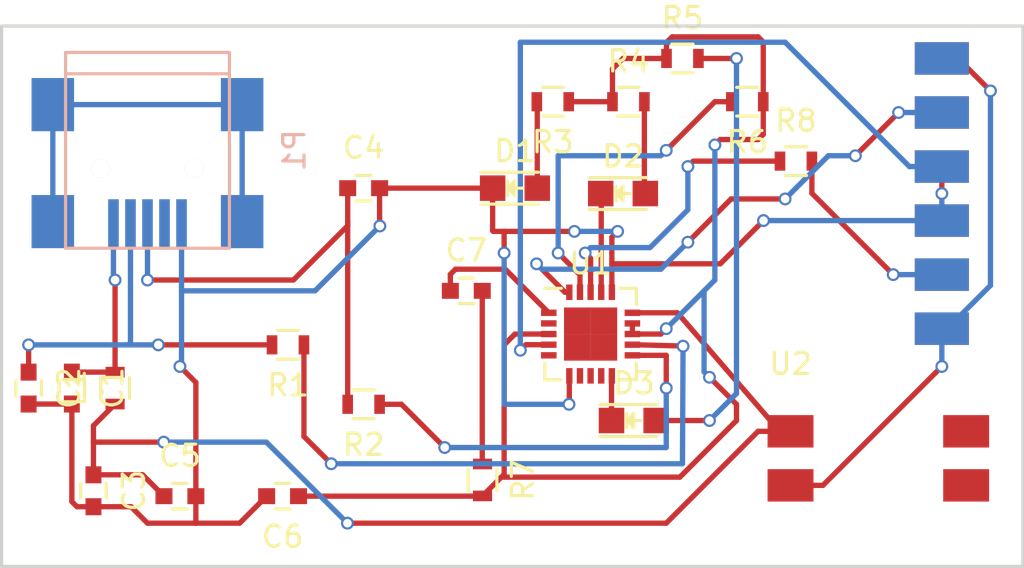
<source format=kicad_pcb>
(kicad_pcb (version 4) (host pcbnew 4.0.0-rc1-stable)

  (general
    (links 48)
    (no_connects 0)
    (area 110.005 73.72757 162.381858 101.675001)
    (thickness 1.6)
    (drawings 4)
    (tracks 224)
    (zones 0)
    (modules 23)
    (nets 34)
  )

  (page A4)
  (layers
    (0 F.Cu signal)
    (31 B.Cu signal)
    (32 B.Adhes user)
    (33 F.Adhes user)
    (34 B.Paste user)
    (35 F.Paste user)
    (36 B.SilkS user)
    (37 F.SilkS user)
    (38 B.Mask user)
    (39 F.Mask user)
    (40 Dwgs.User user)
    (41 Cmts.User user)
    (42 Eco1.User user)
    (43 Eco2.User user)
    (44 Edge.Cuts user)
    (45 Margin user)
    (46 B.CrtYd user)
    (47 F.CrtYd user)
    (48 B.Fab user)
    (49 F.Fab user)
  )

  (setup
    (last_trace_width 0.25)
    (trace_clearance 0.2)
    (zone_clearance 0.508)
    (zone_45_only no)
    (trace_min 0.2)
    (segment_width 0.2)
    (edge_width 0.15)
    (via_size 0.6)
    (via_drill 0.4)
    (via_min_size 0.4)
    (via_min_drill 0.3)
    (uvia_size 0.3)
    (uvia_drill 0.1)
    (uvias_allowed no)
    (uvia_min_size 0.2)
    (uvia_min_drill 0.1)
    (pcb_text_width 0.3)
    (pcb_text_size 1.5 1.5)
    (mod_edge_width 0.15)
    (mod_text_size 1 1)
    (mod_text_width 0.15)
    (pad_size 1.524 1.524)
    (pad_drill 0.762)
    (pad_to_mask_clearance 0.2)
    (aux_axis_origin 0 0)
    (grid_origin 166.37 90.932)
    (visible_elements 7FFCFF7F)
    (pcbplotparams
      (layerselection 0x00030_80000001)
      (usegerberextensions false)
      (excludeedgelayer true)
      (linewidth 0.100000)
      (plotframeref false)
      (viasonmask false)
      (mode 1)
      (useauxorigin false)
      (hpglpennumber 1)
      (hpglpenspeed 20)
      (hpglpendiameter 15)
      (hpglpenoverlay 2)
      (psnegative false)
      (psa4output false)
      (plotreference true)
      (plotvalue true)
      (plotinvisibletext false)
      (padsonsilk false)
      (subtractmaskfromsilk false)
      (outputformat 1)
      (mirror false)
      (drillshape 1)
      (scaleselection 1)
      (outputdirectory ""))
  )

  (net 0 "")
  (net 1 "Net-(C1-Pad1)")
  (net 2 GND)
  (net 3 "Net-(C2-Pad1)")
  (net 4 +5V)
  (net 5 "Net-(C4-Pad1)")
  (net 6 +3V3)
  (net 7 "Net-(C7-Pad1)")
  (net 8 /PROGRAM)
  (net 9 "Net-(D1-Pad2)")
  (net 10 "Net-(D2-Pad2)")
  (net 11 /~RXLED)
  (net 12 "Net-(D3-Pad2)")
  (net 13 /~TXLED)
  (net 14 /POWER_OUT)
  (net 15 "Net-(J1-Pad3)")
  (net 16 "Net-(J1-Pad7)")
  (net 17 "Net-(J1-Pad9)")
  (net 18 "Net-(J1-Pad11)")
  (net 19 "Net-(J1-Pad2)")
  (net 20 /TX)
  (net 21 /RX)
  (net 22 "Net-(J1-Pad10)")
  (net 23 "Net-(P1-Pad4)")
  (net 24 "Net-(P1-Pad6)")
  (net 25 "Net-(R1-Pad1)")
  (net 26 "Net-(R2-Pad1)")
  (net 27 /~SLEEP)
  (net 28 /TXDEN)
  (net 29 "Net-(U1-Pad2)")
  (net 30 "Net-(U1-Pad5)")
  (net 31 "Net-(U1-Pad7)")
  (net 32 "Net-(U1-Pad8)")
  (net 33 "Net-(U1-Pad9)")

  (net_class Default "This is the default net class."
    (clearance 0.2)
    (trace_width 0.25)
    (via_dia 0.6)
    (via_drill 0.4)
    (uvia_dia 0.3)
    (uvia_drill 0.1)
    (add_net +3V3)
    (add_net +5V)
    (add_net /POWER_OUT)
    (add_net /PROGRAM)
    (add_net /RX)
    (add_net /TX)
    (add_net /TXDEN)
    (add_net /~RXLED)
    (add_net /~SLEEP)
    (add_net /~TXLED)
    (add_net GND)
    (add_net "Net-(C1-Pad1)")
    (add_net "Net-(C2-Pad1)")
    (add_net "Net-(C4-Pad1)")
    (add_net "Net-(C7-Pad1)")
    (add_net "Net-(D1-Pad2)")
    (add_net "Net-(D2-Pad2)")
    (add_net "Net-(D3-Pad2)")
    (add_net "Net-(J1-Pad10)")
    (add_net "Net-(J1-Pad11)")
    (add_net "Net-(J1-Pad2)")
    (add_net "Net-(J1-Pad3)")
    (add_net "Net-(J1-Pad7)")
    (add_net "Net-(J1-Pad9)")
    (add_net "Net-(P1-Pad4)")
    (add_net "Net-(P1-Pad6)")
    (add_net "Net-(R1-Pad1)")
    (add_net "Net-(R2-Pad1)")
    (add_net "Net-(U1-Pad2)")
    (add_net "Net-(U1-Pad5)")
    (add_net "Net-(U1-Pad7)")
    (add_net "Net-(U1-Pad8)")
    (add_net "Net-(U1-Pad9)")
  )

  (module Capacitors_SMD:C_0603 (layer F.Cu) (tedit 5415D631) (tstamp 562BE4B7)
    (at 115.062 93.218 270)
    (descr "Capacitor SMD 0603, reflow soldering, AVX (see smccp.pdf)")
    (tags "capacitor 0603")
    (path /5622A96F)
    (attr smd)
    (fp_text reference C1 (at 0 -1.9 270) (layer F.SilkS)
      (effects (font (size 1 1) (thickness 0.15)))
    )
    (fp_text value 10nF (at 0 1.9 270) (layer F.Fab)
      (effects (font (size 1 1) (thickness 0.15)))
    )
    (fp_line (start -1.45 -0.75) (end 1.45 -0.75) (layer F.CrtYd) (width 0.05))
    (fp_line (start -1.45 0.75) (end 1.45 0.75) (layer F.CrtYd) (width 0.05))
    (fp_line (start -1.45 -0.75) (end -1.45 0.75) (layer F.CrtYd) (width 0.05))
    (fp_line (start 1.45 -0.75) (end 1.45 0.75) (layer F.CrtYd) (width 0.05))
    (fp_line (start -0.35 -0.6) (end 0.35 -0.6) (layer F.SilkS) (width 0.15))
    (fp_line (start 0.35 0.6) (end -0.35 0.6) (layer F.SilkS) (width 0.15))
    (pad 1 smd rect (at -0.75 0 270) (size 0.8 0.75) (layers F.Cu F.Paste F.Mask)
      (net 1 "Net-(C1-Pad1)"))
    (pad 2 smd rect (at 0.75 0 270) (size 0.8 0.75) (layers F.Cu F.Paste F.Mask)
      (net 2 GND))
    (model Capacitors_SMD.3dshapes/C_0603.wrl
      (at (xyz 0 0 0))
      (scale (xyz 1 1 1))
      (rotate (xyz 0 0 0))
    )
  )

  (module Capacitors_SMD:C_0603 (layer F.Cu) (tedit 5415D631) (tstamp 562BE4C3)
    (at 113.03 93.218 270)
    (descr "Capacitor SMD 0603, reflow soldering, AVX (see smccp.pdf)")
    (tags "capacitor 0603")
    (path /5622A900)
    (attr smd)
    (fp_text reference C2 (at 0 -1.9 270) (layer F.SilkS)
      (effects (font (size 1 1) (thickness 0.15)))
    )
    (fp_text value 47pF (at 0 1.9 270) (layer F.Fab)
      (effects (font (size 1 1) (thickness 0.15)))
    )
    (fp_line (start -1.45 -0.75) (end 1.45 -0.75) (layer F.CrtYd) (width 0.05))
    (fp_line (start -1.45 0.75) (end 1.45 0.75) (layer F.CrtYd) (width 0.05))
    (fp_line (start -1.45 -0.75) (end -1.45 0.75) (layer F.CrtYd) (width 0.05))
    (fp_line (start 1.45 -0.75) (end 1.45 0.75) (layer F.CrtYd) (width 0.05))
    (fp_line (start -0.35 -0.6) (end 0.35 -0.6) (layer F.SilkS) (width 0.15))
    (fp_line (start 0.35 0.6) (end -0.35 0.6) (layer F.SilkS) (width 0.15))
    (pad 1 smd rect (at -0.75 0 270) (size 0.8 0.75) (layers F.Cu F.Paste F.Mask)
      (net 3 "Net-(C2-Pad1)"))
    (pad 2 smd rect (at 0.75 0 270) (size 0.8 0.75) (layers F.Cu F.Paste F.Mask)
      (net 2 GND))
    (model Capacitors_SMD.3dshapes/C_0603.wrl
      (at (xyz 0 0 0))
      (scale (xyz 1 1 1))
      (rotate (xyz 0 0 0))
    )
  )

  (module Capacitors_SMD:C_0603 (layer F.Cu) (tedit 5415D631) (tstamp 562BE4CF)
    (at 116.078 98.044 270)
    (descr "Capacitor SMD 0603, reflow soldering, AVX (see smccp.pdf)")
    (tags "capacitor 0603")
    (path /5622A9AE)
    (attr smd)
    (fp_text reference C3 (at 0 -1.9 270) (layer F.SilkS)
      (effects (font (size 1 1) (thickness 0.15)))
    )
    (fp_text value 4.7uF (at 0 1.9 270) (layer F.Fab)
      (effects (font (size 1 1) (thickness 0.15)))
    )
    (fp_line (start -1.45 -0.75) (end 1.45 -0.75) (layer F.CrtYd) (width 0.05))
    (fp_line (start -1.45 0.75) (end 1.45 0.75) (layer F.CrtYd) (width 0.05))
    (fp_line (start -1.45 -0.75) (end -1.45 0.75) (layer F.CrtYd) (width 0.05))
    (fp_line (start 1.45 -0.75) (end 1.45 0.75) (layer F.CrtYd) (width 0.05))
    (fp_line (start -0.35 -0.6) (end 0.35 -0.6) (layer F.SilkS) (width 0.15))
    (fp_line (start 0.35 0.6) (end -0.35 0.6) (layer F.SilkS) (width 0.15))
    (pad 1 smd rect (at -0.75 0 270) (size 0.8 0.75) (layers F.Cu F.Paste F.Mask)
      (net 4 +5V))
    (pad 2 smd rect (at 0.75 0 270) (size 0.8 0.75) (layers F.Cu F.Paste F.Mask)
      (net 2 GND))
    (model Capacitors_SMD.3dshapes/C_0603.wrl
      (at (xyz 0 0 0))
      (scale (xyz 1 1 1))
      (rotate (xyz 0 0 0))
    )
  )

  (module Capacitors_SMD:C_0603 (layer F.Cu) (tedit 5415D631) (tstamp 562BE4DB)
    (at 128.778 83.82)
    (descr "Capacitor SMD 0603, reflow soldering, AVX (see smccp.pdf)")
    (tags "capacitor 0603")
    (path /5622A8B7)
    (attr smd)
    (fp_text reference C4 (at 0 -1.9) (layer F.SilkS)
      (effects (font (size 1 1) (thickness 0.15)))
    )
    (fp_text value 47pF (at 0 1.9) (layer F.Fab)
      (effects (font (size 1 1) (thickness 0.15)))
    )
    (fp_line (start -1.45 -0.75) (end 1.45 -0.75) (layer F.CrtYd) (width 0.05))
    (fp_line (start -1.45 0.75) (end 1.45 0.75) (layer F.CrtYd) (width 0.05))
    (fp_line (start -1.45 -0.75) (end -1.45 0.75) (layer F.CrtYd) (width 0.05))
    (fp_line (start 1.45 -0.75) (end 1.45 0.75) (layer F.CrtYd) (width 0.05))
    (fp_line (start -0.35 -0.6) (end 0.35 -0.6) (layer F.SilkS) (width 0.15))
    (fp_line (start 0.35 0.6) (end -0.35 0.6) (layer F.SilkS) (width 0.15))
    (pad 1 smd rect (at -0.75 0) (size 0.8 0.75) (layers F.Cu F.Paste F.Mask)
      (net 5 "Net-(C4-Pad1)"))
    (pad 2 smd rect (at 0.75 0) (size 0.8 0.75) (layers F.Cu F.Paste F.Mask)
      (net 2 GND))
    (model Capacitors_SMD.3dshapes/C_0603.wrl
      (at (xyz 0 0 0))
      (scale (xyz 1 1 1))
      (rotate (xyz 0 0 0))
    )
  )

  (module Capacitors_SMD:C_0603 (layer F.Cu) (tedit 5415D631) (tstamp 562BE4E7)
    (at 120.142 98.298)
    (descr "Capacitor SMD 0603, reflow soldering, AVX (see smccp.pdf)")
    (tags "capacitor 0603")
    (path /5622A923)
    (attr smd)
    (fp_text reference C5 (at 0 -1.9) (layer F.SilkS)
      (effects (font (size 1 1) (thickness 0.15)))
    )
    (fp_text value 0.1uF (at 0 1.9) (layer F.Fab)
      (effects (font (size 1 1) (thickness 0.15)))
    )
    (fp_line (start -1.45 -0.75) (end 1.45 -0.75) (layer F.CrtYd) (width 0.05))
    (fp_line (start -1.45 0.75) (end 1.45 0.75) (layer F.CrtYd) (width 0.05))
    (fp_line (start -1.45 -0.75) (end -1.45 0.75) (layer F.CrtYd) (width 0.05))
    (fp_line (start 1.45 -0.75) (end 1.45 0.75) (layer F.CrtYd) (width 0.05))
    (fp_line (start -0.35 -0.6) (end 0.35 -0.6) (layer F.SilkS) (width 0.15))
    (fp_line (start 0.35 0.6) (end -0.35 0.6) (layer F.SilkS) (width 0.15))
    (pad 1 smd rect (at -0.75 0) (size 0.8 0.75) (layers F.Cu F.Paste F.Mask)
      (net 4 +5V))
    (pad 2 smd rect (at 0.75 0) (size 0.8 0.75) (layers F.Cu F.Paste F.Mask)
      (net 2 GND))
    (model Capacitors_SMD.3dshapes/C_0603.wrl
      (at (xyz 0 0 0))
      (scale (xyz 1 1 1))
      (rotate (xyz 0 0 0))
    )
  )

  (module Capacitors_SMD:C_0603 (layer F.Cu) (tedit 5415D631) (tstamp 562BE4F3)
    (at 124.968 98.298 180)
    (descr "Capacitor SMD 0603, reflow soldering, AVX (see smccp.pdf)")
    (tags "capacitor 0603")
    (path /5622A948)
    (attr smd)
    (fp_text reference C6 (at 0 -1.9 180) (layer F.SilkS)
      (effects (font (size 1 1) (thickness 0.15)))
    )
    (fp_text value 0.1uF (at 0 1.9 180) (layer F.Fab)
      (effects (font (size 1 1) (thickness 0.15)))
    )
    (fp_line (start -1.45 -0.75) (end 1.45 -0.75) (layer F.CrtYd) (width 0.05))
    (fp_line (start -1.45 0.75) (end 1.45 0.75) (layer F.CrtYd) (width 0.05))
    (fp_line (start -1.45 -0.75) (end -1.45 0.75) (layer F.CrtYd) (width 0.05))
    (fp_line (start 1.45 -0.75) (end 1.45 0.75) (layer F.CrtYd) (width 0.05))
    (fp_line (start -0.35 -0.6) (end 0.35 -0.6) (layer F.SilkS) (width 0.15))
    (fp_line (start 0.35 0.6) (end -0.35 0.6) (layer F.SilkS) (width 0.15))
    (pad 1 smd rect (at -0.75 0 180) (size 0.8 0.75) (layers F.Cu F.Paste F.Mask)
      (net 6 +3V3))
    (pad 2 smd rect (at 0.75 0 180) (size 0.8 0.75) (layers F.Cu F.Paste F.Mask)
      (net 2 GND))
    (model Capacitors_SMD.3dshapes/C_0603.wrl
      (at (xyz 0 0 0))
      (scale (xyz 1 1 1))
      (rotate (xyz 0 0 0))
    )
  )

  (module Capacitors_SMD:C_0603 (layer F.Cu) (tedit 5415D631) (tstamp 562BE4FF)
    (at 133.604 88.646)
    (descr "Capacitor SMD 0603, reflow soldering, AVX (see smccp.pdf)")
    (tags "capacitor 0603")
    (path /5622A9EB)
    (attr smd)
    (fp_text reference C7 (at 0 -1.9) (layer F.SilkS)
      (effects (font (size 1 1) (thickness 0.15)))
    )
    (fp_text value 0.1uF (at 0 1.9) (layer F.Fab)
      (effects (font (size 1 1) (thickness 0.15)))
    )
    (fp_line (start -1.45 -0.75) (end 1.45 -0.75) (layer F.CrtYd) (width 0.05))
    (fp_line (start -1.45 0.75) (end 1.45 0.75) (layer F.CrtYd) (width 0.05))
    (fp_line (start -1.45 -0.75) (end -1.45 0.75) (layer F.CrtYd) (width 0.05))
    (fp_line (start 1.45 -0.75) (end 1.45 0.75) (layer F.CrtYd) (width 0.05))
    (fp_line (start -0.35 -0.6) (end 0.35 -0.6) (layer F.SilkS) (width 0.15))
    (fp_line (start 0.35 0.6) (end -0.35 0.6) (layer F.SilkS) (width 0.15))
    (pad 1 smd rect (at -0.75 0) (size 0.8 0.75) (layers F.Cu F.Paste F.Mask)
      (net 7 "Net-(C7-Pad1)"))
    (pad 2 smd rect (at 0.75 0) (size 0.8 0.75) (layers F.Cu F.Paste F.Mask)
      (net 8 /PROGRAM))
    (model Capacitors_SMD.3dshapes/C_0603.wrl
      (at (xyz 0 0 0))
      (scale (xyz 1 1 1))
      (rotate (xyz 0 0 0))
    )
  )

  (module LEDs:LED-0805 (layer F.Cu) (tedit 55BDE1C2) (tstamp 562BE512)
    (at 135.89 83.82)
    (descr "LED 0805 smd package")
    (tags "LED 0805 SMD")
    (path /5622AF98)
    (attr smd)
    (fp_text reference D1 (at 0 -1.75) (layer F.SilkS)
      (effects (font (size 1 1) (thickness 0.15)))
    )
    (fp_text value POW (at 0 1.75) (layer F.Fab)
      (effects (font (size 1 1) (thickness 0.15)))
    )
    (fp_line (start -1.6 0.75) (end 1.1 0.75) (layer F.SilkS) (width 0.15))
    (fp_line (start -1.6 -0.75) (end 1.1 -0.75) (layer F.SilkS) (width 0.15))
    (fp_line (start -0.1 0.15) (end -0.1 -0.1) (layer F.SilkS) (width 0.15))
    (fp_line (start -0.1 -0.1) (end -0.25 0.05) (layer F.SilkS) (width 0.15))
    (fp_line (start -0.35 -0.35) (end -0.35 0.35) (layer F.SilkS) (width 0.15))
    (fp_line (start 0 0) (end 0.35 0) (layer F.SilkS) (width 0.15))
    (fp_line (start -0.35 0) (end 0 -0.35) (layer F.SilkS) (width 0.15))
    (fp_line (start 0 -0.35) (end 0 0.35) (layer F.SilkS) (width 0.15))
    (fp_line (start 0 0.35) (end -0.35 0) (layer F.SilkS) (width 0.15))
    (fp_line (start 1.9 -0.95) (end 1.9 0.95) (layer F.CrtYd) (width 0.05))
    (fp_line (start 1.9 0.95) (end -1.9 0.95) (layer F.CrtYd) (width 0.05))
    (fp_line (start -1.9 0.95) (end -1.9 -0.95) (layer F.CrtYd) (width 0.05))
    (fp_line (start -1.9 -0.95) (end 1.9 -0.95) (layer F.CrtYd) (width 0.05))
    (pad 2 smd rect (at 1.04902 0 180) (size 1.19888 1.19888) (layers F.Cu F.Paste F.Mask)
      (net 9 "Net-(D1-Pad2)"))
    (pad 1 smd rect (at -1.04902 0 180) (size 1.19888 1.19888) (layers F.Cu F.Paste F.Mask)
      (net 2 GND))
    (model LEDs.3dshapes/LED-0805.wrl
      (at (xyz 0 0 0))
      (scale (xyz 1 1 1))
      (rotate (xyz 0 0 0))
    )
  )

  (module LEDs:LED-0805 (layer F.Cu) (tedit 55BDE1C2) (tstamp 562BE525)
    (at 140.97 84.074)
    (descr "LED 0805 smd package")
    (tags "LED 0805 SMD")
    (path /5622AFEB)
    (attr smd)
    (fp_text reference D2 (at 0 -1.75) (layer F.SilkS)
      (effects (font (size 1 1) (thickness 0.15)))
    )
    (fp_text value RX (at 0 1.75) (layer F.Fab)
      (effects (font (size 1 1) (thickness 0.15)))
    )
    (fp_line (start -1.6 0.75) (end 1.1 0.75) (layer F.SilkS) (width 0.15))
    (fp_line (start -1.6 -0.75) (end 1.1 -0.75) (layer F.SilkS) (width 0.15))
    (fp_line (start -0.1 0.15) (end -0.1 -0.1) (layer F.SilkS) (width 0.15))
    (fp_line (start -0.1 -0.1) (end -0.25 0.05) (layer F.SilkS) (width 0.15))
    (fp_line (start -0.35 -0.35) (end -0.35 0.35) (layer F.SilkS) (width 0.15))
    (fp_line (start 0 0) (end 0.35 0) (layer F.SilkS) (width 0.15))
    (fp_line (start -0.35 0) (end 0 -0.35) (layer F.SilkS) (width 0.15))
    (fp_line (start 0 -0.35) (end 0 0.35) (layer F.SilkS) (width 0.15))
    (fp_line (start 0 0.35) (end -0.35 0) (layer F.SilkS) (width 0.15))
    (fp_line (start 1.9 -0.95) (end 1.9 0.95) (layer F.CrtYd) (width 0.05))
    (fp_line (start 1.9 0.95) (end -1.9 0.95) (layer F.CrtYd) (width 0.05))
    (fp_line (start -1.9 0.95) (end -1.9 -0.95) (layer F.CrtYd) (width 0.05))
    (fp_line (start -1.9 -0.95) (end 1.9 -0.95) (layer F.CrtYd) (width 0.05))
    (pad 2 smd rect (at 1.04902 0 180) (size 1.19888 1.19888) (layers F.Cu F.Paste F.Mask)
      (net 10 "Net-(D2-Pad2)"))
    (pad 1 smd rect (at -1.04902 0 180) (size 1.19888 1.19888) (layers F.Cu F.Paste F.Mask)
      (net 11 /~RXLED))
    (model LEDs.3dshapes/LED-0805.wrl
      (at (xyz 0 0 0))
      (scale (xyz 1 1 1))
      (rotate (xyz 0 0 0))
    )
  )

  (module LEDs:LED-0805 (layer F.Cu) (tedit 55BDE1C2) (tstamp 562BE538)
    (at 141.478 94.742)
    (descr "LED 0805 smd package")
    (tags "LED 0805 SMD")
    (path /5622B06E)
    (attr smd)
    (fp_text reference D3 (at 0 -1.75) (layer F.SilkS)
      (effects (font (size 1 1) (thickness 0.15)))
    )
    (fp_text value TX (at 0 1.75) (layer F.Fab)
      (effects (font (size 1 1) (thickness 0.15)))
    )
    (fp_line (start -1.6 0.75) (end 1.1 0.75) (layer F.SilkS) (width 0.15))
    (fp_line (start -1.6 -0.75) (end 1.1 -0.75) (layer F.SilkS) (width 0.15))
    (fp_line (start -0.1 0.15) (end -0.1 -0.1) (layer F.SilkS) (width 0.15))
    (fp_line (start -0.1 -0.1) (end -0.25 0.05) (layer F.SilkS) (width 0.15))
    (fp_line (start -0.35 -0.35) (end -0.35 0.35) (layer F.SilkS) (width 0.15))
    (fp_line (start 0 0) (end 0.35 0) (layer F.SilkS) (width 0.15))
    (fp_line (start -0.35 0) (end 0 -0.35) (layer F.SilkS) (width 0.15))
    (fp_line (start 0 -0.35) (end 0 0.35) (layer F.SilkS) (width 0.15))
    (fp_line (start 0 0.35) (end -0.35 0) (layer F.SilkS) (width 0.15))
    (fp_line (start 1.9 -0.95) (end 1.9 0.95) (layer F.CrtYd) (width 0.05))
    (fp_line (start 1.9 0.95) (end -1.9 0.95) (layer F.CrtYd) (width 0.05))
    (fp_line (start -1.9 0.95) (end -1.9 -0.95) (layer F.CrtYd) (width 0.05))
    (fp_line (start -1.9 -0.95) (end 1.9 -0.95) (layer F.CrtYd) (width 0.05))
    (pad 2 smd rect (at 1.04902 0 180) (size 1.19888 1.19888) (layers F.Cu F.Paste F.Mask)
      (net 12 "Net-(D3-Pad2)"))
    (pad 1 smd rect (at -1.04902 0 180) (size 1.19888 1.19888) (layers F.Cu F.Paste F.Mask)
      (net 13 /~TXLED))
    (model LEDs.3dshapes/LED-0805.wrl
      (at (xyz 0 0 0))
      (scale (xyz 1 1 1))
      (rotate (xyz 0 0 0))
    )
  )

  (module open_robotics:modular8_rev3_edge (layer F.Cu) (tedit 560B6D0D) (tstamp 562BE548)
    (at 155.956 82.804 270)
    (path /5629AC49)
    (fp_text reference J1 (at -3.81 -3.81 270) (layer F.SilkS) hide
      (effects (font (size 1 1) (thickness 0.15)))
    )
    (fp_text value modular8_rev3_comms_out (at 1.27 -2.54 270) (layer F.Fab) hide
      (effects (font (size 1 1) (thickness 0.15)))
    )
    (pad 1 smd rect (at -5.08 0 270) (size 1.524 2.54) (layers F.Cu F.Paste F.Mask)
      (net 14 /POWER_OUT))
    (pad 3 smd rect (at -2.54 0 270) (size 1.524 2.54) (layers F.Cu F.Paste F.Mask)
      (net 15 "Net-(J1-Pad3)"))
    (pad 5 smd rect (at 0 0 270) (size 1.524 2.54) (layers F.Cu F.Paste F.Mask)
      (net 2 GND))
    (pad 7 smd rect (at 2.54 0 270) (size 1.524 2.54) (layers F.Cu F.Paste F.Mask)
      (net 16 "Net-(J1-Pad7)"))
    (pad 9 smd rect (at 5.08 0 270) (size 1.524 2.54) (layers F.Cu F.Paste F.Mask)
      (net 17 "Net-(J1-Pad9)"))
    (pad 11 smd rect (at 7.62 0 270) (size 1.524 2.54) (layers F.Cu F.Paste F.Mask)
      (net 18 "Net-(J1-Pad11)"))
    (pad 2 smd rect (at -5.08 0 270) (size 1.524 2.54) (layers B.Cu F.Paste F.Mask)
      (net 19 "Net-(J1-Pad2)"))
    (pad 4 smd rect (at -2.54 0 270) (size 1.524 2.54) (layers B.Cu F.Paste F.Mask)
      (net 20 /TX))
    (pad 6 smd rect (at 0 0 270) (size 1.524 2.54) (layers B.Cu F.Paste F.Mask)
      (net 21 /RX))
    (pad 8 smd rect (at 2.54 0 270) (size 1.524 2.54) (layers B.Cu F.Paste F.Mask)
      (net 2 GND))
    (pad 10 smd rect (at 5.08 0 270) (size 1.524 2.54) (layers B.Cu F.Paste F.Mask)
      (net 22 "Net-(J1-Pad10)"))
    (pad 12 smd rect (at 7.62 0 270) (size 1.524 2.54) (layers B.Cu F.Paste F.Mask)
      (net 14 /POWER_OUT))
  )

  (module Resistors_SMD:R_0603 (layer F.Cu) (tedit 5415CC62) (tstamp 562BE554)
    (at 117.094 93.218 90)
    (descr "Resistor SMD 0603, reflow soldering, Vishay (see dcrcw.pdf)")
    (tags "resistor 0603")
    (path /5622AEDE)
    (attr smd)
    (fp_text reference L1 (at 0 -1.9 90) (layer F.SilkS)
      (effects (font (size 1 1) (thickness 0.15)))
    )
    (fp_text value "FERRITE BEAD" (at 0 1.9 90) (layer F.Fab)
      (effects (font (size 1 1) (thickness 0.15)))
    )
    (fp_line (start -1.3 -0.8) (end 1.3 -0.8) (layer F.CrtYd) (width 0.05))
    (fp_line (start -1.3 0.8) (end 1.3 0.8) (layer F.CrtYd) (width 0.05))
    (fp_line (start -1.3 -0.8) (end -1.3 0.8) (layer F.CrtYd) (width 0.05))
    (fp_line (start 1.3 -0.8) (end 1.3 0.8) (layer F.CrtYd) (width 0.05))
    (fp_line (start 0.5 0.675) (end -0.5 0.675) (layer F.SilkS) (width 0.15))
    (fp_line (start -0.5 -0.675) (end 0.5 -0.675) (layer F.SilkS) (width 0.15))
    (pad 1 smd rect (at -0.75 0 90) (size 0.5 0.9) (layers F.Cu F.Paste F.Mask)
      (net 4 +5V))
    (pad 2 smd rect (at 0.75 0 90) (size 0.5 0.9) (layers F.Cu F.Paste F.Mask)
      (net 1 "Net-(C1-Pad1)"))
    (model Resistors_SMD.3dshapes/R_0603.wrl
      (at (xyz 0 0 0))
      (scale (xyz 1 1 1))
      (rotate (xyz 0 0 0))
    )
  )

  (module Connect:USB_Mini-B (layer B.Cu) (tedit 5543E571) (tstamp 562BE56C)
    (at 118.618 82.042 270)
    (descr "USB Mini-B 5-pin SMD connector")
    (tags "USB USB_B USB_Mini connector")
    (path /5622A78F)
    (attr smd)
    (fp_text reference P1 (at 0 -6.90118 270) (layer B.SilkS)
      (effects (font (size 1 1) (thickness 0.15)) (justify mirror))
    )
    (fp_text value USB_OTG (at 0 7.0993 270) (layer B.Fab)
      (effects (font (size 1 1) (thickness 0.15)) (justify mirror))
    )
    (fp_line (start -4.85 5.7) (end 4.85 5.7) (layer B.CrtYd) (width 0.05))
    (fp_line (start 4.85 5.7) (end 4.85 -5.7) (layer B.CrtYd) (width 0.05))
    (fp_line (start 4.85 -5.7) (end -4.85 -5.7) (layer B.CrtYd) (width 0.05))
    (fp_line (start -4.85 -5.7) (end -4.85 5.7) (layer B.CrtYd) (width 0.05))
    (fp_line (start -3.59918 3.85064) (end -3.59918 -3.85064) (layer B.SilkS) (width 0.15))
    (fp_line (start -4.59994 3.85064) (end -4.59994 -3.85064) (layer B.SilkS) (width 0.15))
    (fp_line (start -4.59994 -3.85064) (end 4.59994 -3.85064) (layer B.SilkS) (width 0.15))
    (fp_line (start 4.59994 -3.85064) (end 4.59994 3.85064) (layer B.SilkS) (width 0.15))
    (fp_line (start 4.59994 3.85064) (end -4.59994 3.85064) (layer B.SilkS) (width 0.15))
    (pad 1 smd rect (at 3.44932 1.6002 270) (size 2.30124 0.50038) (layers B.Cu B.Paste B.Mask)
      (net 1 "Net-(C1-Pad1)"))
    (pad 2 smd rect (at 3.44932 0.8001 270) (size 2.30124 0.50038) (layers B.Cu B.Paste B.Mask)
      (net 3 "Net-(C2-Pad1)"))
    (pad 3 smd rect (at 3.44932 0 270) (size 2.30124 0.50038) (layers B.Cu B.Paste B.Mask)
      (net 5 "Net-(C4-Pad1)"))
    (pad 4 smd rect (at 3.44932 -0.8001 270) (size 2.30124 0.50038) (layers B.Cu B.Paste B.Mask)
      (net 23 "Net-(P1-Pad4)"))
    (pad 5 smd rect (at 3.44932 -1.6002 270) (size 2.30124 0.50038) (layers B.Cu B.Paste B.Mask)
      (net 2 GND))
    (pad 6 smd rect (at 3.35026 4.45008 270) (size 2.49936 1.99898) (layers B.Cu B.Paste B.Mask)
      (net 24 "Net-(P1-Pad6)"))
    (pad 6 smd rect (at -2.14884 4.45008 270) (size 2.49936 1.99898) (layers B.Cu B.Paste B.Mask)
      (net 24 "Net-(P1-Pad6)"))
    (pad 6 smd rect (at 3.35026 -4.45008 270) (size 2.49936 1.99898) (layers B.Cu B.Paste B.Mask)
      (net 24 "Net-(P1-Pad6)"))
    (pad 6 smd rect (at -2.14884 -4.45008 270) (size 2.49936 1.99898) (layers B.Cu B.Paste B.Mask)
      (net 24 "Net-(P1-Pad6)"))
    (pad "" np_thru_hole circle (at 0.8509 2.19964 270) (size 0.89916 0.89916) (drill 0.89916) (layers *.Cu *.Mask B.SilkS))
    (pad "" np_thru_hole circle (at 0.8509 -2.19964 270) (size 0.89916 0.89916) (drill 0.89916) (layers *.Cu *.Mask B.SilkS))
  )

  (module Resistors_SMD:R_0603 (layer F.Cu) (tedit 5415CC62) (tstamp 562BE578)
    (at 125.222 91.186 180)
    (descr "Resistor SMD 0603, reflow soldering, Vishay (see dcrcw.pdf)")
    (tags "resistor 0603")
    (path /5622A746)
    (attr smd)
    (fp_text reference R1 (at 0 -1.9 180) (layer F.SilkS)
      (effects (font (size 1 1) (thickness 0.15)))
    )
    (fp_text value 27 (at 0 1.9 180) (layer F.Fab)
      (effects (font (size 1 1) (thickness 0.15)))
    )
    (fp_line (start -1.3 -0.8) (end 1.3 -0.8) (layer F.CrtYd) (width 0.05))
    (fp_line (start -1.3 0.8) (end 1.3 0.8) (layer F.CrtYd) (width 0.05))
    (fp_line (start -1.3 -0.8) (end -1.3 0.8) (layer F.CrtYd) (width 0.05))
    (fp_line (start 1.3 -0.8) (end 1.3 0.8) (layer F.CrtYd) (width 0.05))
    (fp_line (start 0.5 0.675) (end -0.5 0.675) (layer F.SilkS) (width 0.15))
    (fp_line (start -0.5 -0.675) (end 0.5 -0.675) (layer F.SilkS) (width 0.15))
    (pad 1 smd rect (at -0.75 0 180) (size 0.5 0.9) (layers F.Cu F.Paste F.Mask)
      (net 25 "Net-(R1-Pad1)"))
    (pad 2 smd rect (at 0.75 0 180) (size 0.5 0.9) (layers F.Cu F.Paste F.Mask)
      (net 3 "Net-(C2-Pad1)"))
    (model Resistors_SMD.3dshapes/R_0603.wrl
      (at (xyz 0 0 0))
      (scale (xyz 1 1 1))
      (rotate (xyz 0 0 0))
    )
  )

  (module Resistors_SMD:R_0603 (layer F.Cu) (tedit 5415CC62) (tstamp 562BE584)
    (at 128.778 93.98 180)
    (descr "Resistor SMD 0603, reflow soldering, Vishay (see dcrcw.pdf)")
    (tags "resistor 0603")
    (path /5622A6B9)
    (attr smd)
    (fp_text reference R2 (at 0 -1.9 180) (layer F.SilkS)
      (effects (font (size 1 1) (thickness 0.15)))
    )
    (fp_text value 27 (at 0 1.9 180) (layer F.Fab)
      (effects (font (size 1 1) (thickness 0.15)))
    )
    (fp_line (start -1.3 -0.8) (end 1.3 -0.8) (layer F.CrtYd) (width 0.05))
    (fp_line (start -1.3 0.8) (end 1.3 0.8) (layer F.CrtYd) (width 0.05))
    (fp_line (start -1.3 -0.8) (end -1.3 0.8) (layer F.CrtYd) (width 0.05))
    (fp_line (start 1.3 -0.8) (end 1.3 0.8) (layer F.CrtYd) (width 0.05))
    (fp_line (start 0.5 0.675) (end -0.5 0.675) (layer F.SilkS) (width 0.15))
    (fp_line (start -0.5 -0.675) (end 0.5 -0.675) (layer F.SilkS) (width 0.15))
    (pad 1 smd rect (at -0.75 0 180) (size 0.5 0.9) (layers F.Cu F.Paste F.Mask)
      (net 26 "Net-(R2-Pad1)"))
    (pad 2 smd rect (at 0.75 0 180) (size 0.5 0.9) (layers F.Cu F.Paste F.Mask)
      (net 5 "Net-(C4-Pad1)"))
    (model Resistors_SMD.3dshapes/R_0603.wrl
      (at (xyz 0 0 0))
      (scale (xyz 1 1 1))
      (rotate (xyz 0 0 0))
    )
  )

  (module Resistors_SMD:R_0603 (layer F.Cu) (tedit 5415CC62) (tstamp 562BE590)
    (at 137.668 79.756 180)
    (descr "Resistor SMD 0603, reflow soldering, Vishay (see dcrcw.pdf)")
    (tags "resistor 0603")
    (path /5622B3DD)
    (attr smd)
    (fp_text reference R3 (at 0 -1.9 180) (layer F.SilkS)
      (effects (font (size 1 1) (thickness 0.15)))
    )
    (fp_text value 680 (at 0 1.9 180) (layer F.Fab)
      (effects (font (size 1 1) (thickness 0.15)))
    )
    (fp_line (start -1.3 -0.8) (end 1.3 -0.8) (layer F.CrtYd) (width 0.05))
    (fp_line (start -1.3 0.8) (end 1.3 0.8) (layer F.CrtYd) (width 0.05))
    (fp_line (start -1.3 -0.8) (end -1.3 0.8) (layer F.CrtYd) (width 0.05))
    (fp_line (start 1.3 -0.8) (end 1.3 0.8) (layer F.CrtYd) (width 0.05))
    (fp_line (start 0.5 0.675) (end -0.5 0.675) (layer F.SilkS) (width 0.15))
    (fp_line (start -0.5 -0.675) (end 0.5 -0.675) (layer F.SilkS) (width 0.15))
    (pad 1 smd rect (at -0.75 0 180) (size 0.5 0.9) (layers F.Cu F.Paste F.Mask)
      (net 6 +3V3))
    (pad 2 smd rect (at 0.75 0 180) (size 0.5 0.9) (layers F.Cu F.Paste F.Mask)
      (net 9 "Net-(D1-Pad2)"))
    (model Resistors_SMD.3dshapes/R_0603.wrl
      (at (xyz 0 0 0))
      (scale (xyz 1 1 1))
      (rotate (xyz 0 0 0))
    )
  )

  (module Resistors_SMD:R_0603 (layer F.Cu) (tedit 5415CC62) (tstamp 562BE59C)
    (at 141.224 79.756)
    (descr "Resistor SMD 0603, reflow soldering, Vishay (see dcrcw.pdf)")
    (tags "resistor 0603")
    (path /5622B3E3)
    (attr smd)
    (fp_text reference R4 (at 0 -1.9) (layer F.SilkS)
      (effects (font (size 1 1) (thickness 0.15)))
    )
    (fp_text value 680 (at 0 1.9) (layer F.Fab)
      (effects (font (size 1 1) (thickness 0.15)))
    )
    (fp_line (start -1.3 -0.8) (end 1.3 -0.8) (layer F.CrtYd) (width 0.05))
    (fp_line (start -1.3 0.8) (end 1.3 0.8) (layer F.CrtYd) (width 0.05))
    (fp_line (start -1.3 -0.8) (end -1.3 0.8) (layer F.CrtYd) (width 0.05))
    (fp_line (start 1.3 -0.8) (end 1.3 0.8) (layer F.CrtYd) (width 0.05))
    (fp_line (start 0.5 0.675) (end -0.5 0.675) (layer F.SilkS) (width 0.15))
    (fp_line (start -0.5 -0.675) (end 0.5 -0.675) (layer F.SilkS) (width 0.15))
    (pad 1 smd rect (at -0.75 0) (size 0.5 0.9) (layers F.Cu F.Paste F.Mask)
      (net 6 +3V3))
    (pad 2 smd rect (at 0.75 0) (size 0.5 0.9) (layers F.Cu F.Paste F.Mask)
      (net 10 "Net-(D2-Pad2)"))
    (model Resistors_SMD.3dshapes/R_0603.wrl
      (at (xyz 0 0 0))
      (scale (xyz 1 1 1))
      (rotate (xyz 0 0 0))
    )
  )

  (module Resistors_SMD:R_0603 (layer F.Cu) (tedit 5415CC62) (tstamp 562BE5A8)
    (at 143.764 77.724)
    (descr "Resistor SMD 0603, reflow soldering, Vishay (see dcrcw.pdf)")
    (tags "resistor 0603")
    (path /5622B2D3)
    (attr smd)
    (fp_text reference R5 (at 0 -1.9) (layer F.SilkS)
      (effects (font (size 1 1) (thickness 0.15)))
    )
    (fp_text value 680 (at 0 1.9) (layer F.Fab)
      (effects (font (size 1 1) (thickness 0.15)))
    )
    (fp_line (start -1.3 -0.8) (end 1.3 -0.8) (layer F.CrtYd) (width 0.05))
    (fp_line (start -1.3 0.8) (end 1.3 0.8) (layer F.CrtYd) (width 0.05))
    (fp_line (start -1.3 -0.8) (end -1.3 0.8) (layer F.CrtYd) (width 0.05))
    (fp_line (start 1.3 -0.8) (end 1.3 0.8) (layer F.CrtYd) (width 0.05))
    (fp_line (start 0.5 0.675) (end -0.5 0.675) (layer F.SilkS) (width 0.15))
    (fp_line (start -0.5 -0.675) (end 0.5 -0.675) (layer F.SilkS) (width 0.15))
    (pad 1 smd rect (at -0.75 0) (size 0.5 0.9) (layers F.Cu F.Paste F.Mask)
      (net 6 +3V3))
    (pad 2 smd rect (at 0.75 0) (size 0.5 0.9) (layers F.Cu F.Paste F.Mask)
      (net 12 "Net-(D3-Pad2)"))
    (model Resistors_SMD.3dshapes/R_0603.wrl
      (at (xyz 0 0 0))
      (scale (xyz 1 1 1))
      (rotate (xyz 0 0 0))
    )
  )

  (module Resistors_SMD:R_0603 (layer F.Cu) (tedit 5415CC62) (tstamp 562BE5B4)
    (at 146.812 79.756 180)
    (descr "Resistor SMD 0603, reflow soldering, Vishay (see dcrcw.pdf)")
    (tags "resistor 0603")
    (path /5622B2D9)
    (attr smd)
    (fp_text reference R6 (at 0 -1.9 180) (layer F.SilkS)
      (effects (font (size 1 1) (thickness 0.15)))
    )
    (fp_text value 10k (at 0 1.9 180) (layer F.Fab)
      (effects (font (size 1 1) (thickness 0.15)))
    )
    (fp_line (start -1.3 -0.8) (end 1.3 -0.8) (layer F.CrtYd) (width 0.05))
    (fp_line (start -1.3 0.8) (end 1.3 0.8) (layer F.CrtYd) (width 0.05))
    (fp_line (start -1.3 -0.8) (end -1.3 0.8) (layer F.CrtYd) (width 0.05))
    (fp_line (start 1.3 -0.8) (end 1.3 0.8) (layer F.CrtYd) (width 0.05))
    (fp_line (start 0.5 0.675) (end -0.5 0.675) (layer F.SilkS) (width 0.15))
    (fp_line (start -0.5 -0.675) (end 0.5 -0.675) (layer F.SilkS) (width 0.15))
    (pad 1 smd rect (at -0.75 0 180) (size 0.5 0.9) (layers F.Cu F.Paste F.Mask)
      (net 6 +3V3))
    (pad 2 smd rect (at 0.75 0 180) (size 0.5 0.9) (layers F.Cu F.Paste F.Mask)
      (net 27 /~SLEEP))
    (model Resistors_SMD.3dshapes/R_0603.wrl
      (at (xyz 0 0 0))
      (scale (xyz 1 1 1))
      (rotate (xyz 0 0 0))
    )
  )

  (module Resistors_SMD:R_0603 (layer F.Cu) (tedit 5415CC62) (tstamp 562BE5C0)
    (at 134.366 97.536 270)
    (descr "Resistor SMD 0603, reflow soldering, Vishay (see dcrcw.pdf)")
    (tags "resistor 0603")
    (path /56235B1B)
    (attr smd)
    (fp_text reference R7 (at 0 -1.9 270) (layer F.SilkS)
      (effects (font (size 1 1) (thickness 0.15)))
    )
    (fp_text value 10k (at 0 1.9 270) (layer F.Fab)
      (effects (font (size 1 1) (thickness 0.15)))
    )
    (fp_line (start -1.3 -0.8) (end 1.3 -0.8) (layer F.CrtYd) (width 0.05))
    (fp_line (start -1.3 0.8) (end 1.3 0.8) (layer F.CrtYd) (width 0.05))
    (fp_line (start -1.3 -0.8) (end -1.3 0.8) (layer F.CrtYd) (width 0.05))
    (fp_line (start 1.3 -0.8) (end 1.3 0.8) (layer F.CrtYd) (width 0.05))
    (fp_line (start 0.5 0.675) (end -0.5 0.675) (layer F.SilkS) (width 0.15))
    (fp_line (start -0.5 -0.675) (end 0.5 -0.675) (layer F.SilkS) (width 0.15))
    (pad 1 smd rect (at -0.75 0 270) (size 0.5 0.9) (layers F.Cu F.Paste F.Mask)
      (net 8 /PROGRAM))
    (pad 2 smd rect (at 0.75 0 270) (size 0.5 0.9) (layers F.Cu F.Paste F.Mask)
      (net 6 +3V3))
    (model Resistors_SMD.3dshapes/R_0603.wrl
      (at (xyz 0 0 0))
      (scale (xyz 1 1 1))
      (rotate (xyz 0 0 0))
    )
  )

  (module Resistors_SMD:R_0603 (layer F.Cu) (tedit 5415CC62) (tstamp 562BE5CC)
    (at 149.098 82.55)
    (descr "Resistor SMD 0603, reflow soldering, Vishay (see dcrcw.pdf)")
    (tags "resistor 0603")
    (path /5629EF0A)
    (attr smd)
    (fp_text reference R8 (at 0 -1.9) (layer F.SilkS)
      (effects (font (size 1 1) (thickness 0.15)))
    )
    (fp_text value 10k (at 0 1.9) (layer F.Fab)
      (effects (font (size 1 1) (thickness 0.15)))
    )
    (fp_line (start -1.3 -0.8) (end 1.3 -0.8) (layer F.CrtYd) (width 0.05))
    (fp_line (start -1.3 0.8) (end 1.3 0.8) (layer F.CrtYd) (width 0.05))
    (fp_line (start -1.3 -0.8) (end -1.3 0.8) (layer F.CrtYd) (width 0.05))
    (fp_line (start 1.3 -0.8) (end 1.3 0.8) (layer F.CrtYd) (width 0.05))
    (fp_line (start 0.5 0.675) (end -0.5 0.675) (layer F.SilkS) (width 0.15))
    (fp_line (start -0.5 -0.675) (end 0.5 -0.675) (layer F.SilkS) (width 0.15))
    (pad 1 smd rect (at -0.75 0) (size 0.5 0.9) (layers F.Cu F.Paste F.Mask)
      (net 28 /TXDEN))
    (pad 2 smd rect (at 0.75 0) (size 0.5 0.9) (layers F.Cu F.Paste F.Mask)
      (net 22 "Net-(J1-Pad10)"))
    (model Resistors_SMD.3dshapes/R_0603.wrl
      (at (xyz 0 0 0))
      (scale (xyz 1 1 1))
      (rotate (xyz 0 0 0))
    )
  )

  (module Housings_DFN_QFN:QFN-20-1EP_4x4mm_Pitch0.5mm (layer F.Cu) (tedit 54130A77) (tstamp 562BE5F3)
    (at 139.446 90.678)
    (descr "20-Lead Plastic Quad Flat, No Lead Package (ML) - 4x4x0.9 mm Body [QFN]; (see Microchip Packaging Specification 00000049BS.pdf)")
    (tags "QFN 0.5")
    (path /5622A3C5)
    (attr smd)
    (fp_text reference U1 (at 0 -3.33) (layer F.SilkS)
      (effects (font (size 1 1) (thickness 0.15)))
    )
    (fp_text value FT231X (at 0 3.33) (layer F.Fab)
      (effects (font (size 1 1) (thickness 0.15)))
    )
    (fp_line (start -2.6 -2.6) (end -2.6 2.6) (layer F.CrtYd) (width 0.05))
    (fp_line (start 2.6 -2.6) (end 2.6 2.6) (layer F.CrtYd) (width 0.05))
    (fp_line (start -2.6 -2.6) (end 2.6 -2.6) (layer F.CrtYd) (width 0.05))
    (fp_line (start -2.6 2.6) (end 2.6 2.6) (layer F.CrtYd) (width 0.05))
    (fp_line (start 2.15 -2.15) (end 2.15 -1.375) (layer F.SilkS) (width 0.15))
    (fp_line (start -2.15 2.15) (end -2.15 1.375) (layer F.SilkS) (width 0.15))
    (fp_line (start 2.15 2.15) (end 2.15 1.375) (layer F.SilkS) (width 0.15))
    (fp_line (start -2.15 -2.15) (end -1.375 -2.15) (layer F.SilkS) (width 0.15))
    (fp_line (start -2.15 2.15) (end -1.375 2.15) (layer F.SilkS) (width 0.15))
    (fp_line (start 2.15 2.15) (end 1.375 2.15) (layer F.SilkS) (width 0.15))
    (fp_line (start 2.15 -2.15) (end 1.375 -2.15) (layer F.SilkS) (width 0.15))
    (pad 1 smd rect (at -1.965 -1) (size 0.73 0.3) (layers F.Cu F.Paste F.Mask)
      (net 7 "Net-(C7-Pad1)"))
    (pad 2 smd rect (at -1.965 -0.5) (size 0.73 0.3) (layers F.Cu F.Paste F.Mask)
      (net 29 "Net-(U1-Pad2)"))
    (pad 3 smd rect (at -1.965 0) (size 0.73 0.3) (layers F.Cu F.Paste F.Mask)
      (net 6 +3V3))
    (pad 4 smd rect (at -1.965 0.5) (size 0.73 0.3) (layers F.Cu F.Paste F.Mask)
      (net 21 /RX))
    (pad 5 smd rect (at -1.965 1) (size 0.73 0.3) (layers F.Cu F.Paste F.Mask)
      (net 30 "Net-(U1-Pad5)"))
    (pad 6 smd rect (at -1 1.965 90) (size 0.73 0.3) (layers F.Cu F.Paste F.Mask)
      (net 2 GND))
    (pad 7 smd rect (at -0.5 1.965 90) (size 0.73 0.3) (layers F.Cu F.Paste F.Mask)
      (net 31 "Net-(U1-Pad7)"))
    (pad 8 smd rect (at 0 1.965 90) (size 0.73 0.3) (layers F.Cu F.Paste F.Mask)
      (net 32 "Net-(U1-Pad8)"))
    (pad 9 smd rect (at 0.5 1.965 90) (size 0.73 0.3) (layers F.Cu F.Paste F.Mask)
      (net 33 "Net-(U1-Pad9)"))
    (pad 10 smd rect (at 1 1.965 90) (size 0.73 0.3) (layers F.Cu F.Paste F.Mask)
      (net 13 /~TXLED))
    (pad 11 smd rect (at 1.965 1) (size 0.73 0.3) (layers F.Cu F.Paste F.Mask)
      (net 26 "Net-(R2-Pad1)"))
    (pad 12 smd rect (at 1.965 0.5) (size 0.73 0.3) (layers F.Cu F.Paste F.Mask)
      (net 25 "Net-(R1-Pad1)"))
    (pad 13 smd rect (at 1.965 0) (size 0.73 0.3) (layers F.Cu F.Paste F.Mask)
      (net 6 +3V3))
    (pad 14 smd rect (at 1.965 -0.5) (size 0.73 0.3) (layers F.Cu F.Paste F.Mask)
      (net 6 +3V3))
    (pad 15 smd rect (at 1.965 -1) (size 0.73 0.3) (layers F.Cu F.Paste F.Mask)
      (net 4 +5V))
    (pad 16 smd rect (at 1 -1.965 90) (size 0.73 0.3) (layers F.Cu F.Paste F.Mask)
      (net 2 GND))
    (pad 17 smd rect (at 0.5 -1.965 90) (size 0.73 0.3) (layers F.Cu F.Paste F.Mask)
      (net 11 /~RXLED))
    (pad 18 smd rect (at 0 -1.965 90) (size 0.73 0.3) (layers F.Cu F.Paste F.Mask)
      (net 28 /TXDEN))
    (pad 19 smd rect (at -0.5 -1.965 90) (size 0.73 0.3) (layers F.Cu F.Paste F.Mask)
      (net 27 /~SLEEP))
    (pad 20 smd rect (at -1 -1.965 90) (size 0.73 0.3) (layers F.Cu F.Paste F.Mask)
      (net 20 /TX))
    (pad 21 smd rect (at 0.625 0.625) (size 1.25 1.25) (layers F.Cu F.Paste F.Mask)
      (solder_paste_margin_ratio -0.2))
    (pad 21 smd rect (at 0.625 -0.625) (size 1.25 1.25) (layers F.Cu F.Paste F.Mask)
      (solder_paste_margin_ratio -0.2))
    (pad 21 smd rect (at -0.625 0.625) (size 1.25 1.25) (layers F.Cu F.Paste F.Mask)
      (solder_paste_margin_ratio -0.2))
    (pad 21 smd rect (at -0.625 -0.625) (size 1.25 1.25) (layers F.Cu F.Paste F.Mask)
      (solder_paste_margin_ratio -0.2))
    (model Housings_DFN_QFN.3dshapes/QFN-20-1EP_4x4mm_Pitch0.5mm.wrl
      (at (xyz 0 0 0))
      (scale (xyz 1 1 1))
      (rotate (xyz 0 0 0))
    )
  )

  (module open_robotics:DIPSWITCH_SMT_ALCO_2CCT (layer F.Cu) (tedit 5629BD53) (tstamp 562BE5FF)
    (at 148.844 95.25)
    (path /5629AB3C)
    (fp_text reference U2 (at 0 -3.175) (layer F.SilkS)
      (effects (font (size 1 1) (thickness 0.15)))
    )
    (fp_text value TE_1825058-1 (at 7.62 -4.445) (layer F.Fab)
      (effects (font (size 1 1) (thickness 0.15)))
    )
    (fp_line (start 10.16 -2.54) (end -1.905 -2.54) (layer F.CrtYd) (width 0.15))
    (fp_line (start 10.16 5.08) (end 10.16 -2.54) (layer F.CrtYd) (width 0.15))
    (fp_line (start -1.905 5.08) (end 10.16 5.08) (layer F.CrtYd) (width 0.15))
    (fp_line (start -1.905 -2.54) (end -1.905 5.08) (layer F.CrtYd) (width 0.15))
    (pad 1 smd rect (at 0 0) (size 2.159 1.524) (layers F.Cu F.Paste F.Mask)
      (net 4 +5V))
    (pad 2 smd rect (at 0 2.54) (size 2.159 1.524) (layers F.Cu F.Paste F.Mask)
      (net 14 /POWER_OUT))
    (pad 3 smd rect (at 8.255 2.54) (size 2.159 1.524) (layers F.Cu F.Paste F.Mask))
    (pad 4 smd rect (at 8.255 0) (size 2.159 1.524) (layers F.Cu F.Paste F.Mask))
  )

  (gr_line (start 159.766 76.2) (end 111.76 76.2) (angle 90) (layer Edge.Cuts) (width 0.15))
  (gr_line (start 111.76 101.6) (end 159.766 101.6) (angle 90) (layer Edge.Cuts) (width 0.15))
  (gr_line (start 159.766 101.6) (end 159.766 76.2) (angle 90) (layer Edge.Cuts) (width 0.15))
  (gr_line (start 111.76 76.2) (end 111.76 101.6) (angle 90) (layer Edge.Cuts) (width 0.15))

  (segment (start 115.062 92.468) (end 117.094 92.468) (width 0.25) (layer F.Cu) (net 1))
  (segment (start 117.094 92.468) (end 117.094 88.138) (width 0.25) (layer F.Cu) (net 1))
  (segment (start 117.0178 88.0618) (end 117.0178 85.49132) (width 0.25) (layer B.Cu) (net 1) (tstamp 562D53BF))
  (segment (start 117.094 88.138) (end 117.0178 88.0618) (width 0.25) (layer B.Cu) (net 1) (tstamp 562D53BE))
  (via (at 117.094 88.138) (size 0.6) (drill 0.4) (layers F.Cu B.Cu) (net 1))
  (segment (start 120.892 98.298) (end 120.892 92.952) (width 0.25) (layer F.Cu) (net 2))
  (segment (start 120.2182 92.1258) (end 120.2182 88.646) (width 0.25) (layer B.Cu) (net 2) (tstamp 562D53E3))
  (segment (start 120.142 92.202) (end 120.2182 92.1258) (width 0.25) (layer B.Cu) (net 2) (tstamp 562D53E2))
  (via (at 120.142 92.202) (size 0.6) (drill 0.4) (layers F.Cu B.Cu) (net 2))
  (segment (start 120.892 92.952) (end 120.142 92.202) (width 0.25) (layer F.Cu) (net 2) (tstamp 562D53E0))
  (segment (start 120.892 98.298) (end 120.892 99.568) (width 0.25) (layer F.Cu) (net 2))
  (segment (start 120.892 99.568) (end 120.904 99.568) (width 0.25) (layer F.Cu) (net 2) (tstamp 562D53D8))
  (segment (start 116.078 98.794) (end 117.844 98.794) (width 0.25) (layer F.Cu) (net 2))
  (segment (start 122.948 99.568) (end 124.218 98.298) (width 0.25) (layer F.Cu) (net 2) (tstamp 562D53D4))
  (segment (start 118.618 99.568) (end 120.904 99.568) (width 0.25) (layer F.Cu) (net 2) (tstamp 562D53D3))
  (segment (start 120.904 99.568) (end 122.948 99.568) (width 0.25) (layer F.Cu) (net 2) (tstamp 562D53DB))
  (segment (start 117.844 98.794) (end 118.618 99.568) (width 0.25) (layer F.Cu) (net 2) (tstamp 562D53D2))
  (segment (start 115.062 93.968) (end 115.062 98.552) (width 0.25) (layer F.Cu) (net 2))
  (segment (start 115.304 98.794) (end 116.078 98.794) (width 0.25) (layer F.Cu) (net 2) (tstamp 562D53CB))
  (segment (start 115.062 98.552) (end 115.304 98.794) (width 0.25) (layer F.Cu) (net 2) (tstamp 562D53CA))
  (segment (start 113.03 93.968) (end 115.062 93.968) (width 0.25) (layer F.Cu) (net 2))
  (segment (start 155.956 85.344) (end 147.574 85.344) (width 0.25) (layer B.Cu) (net 2))
  (segment (start 145.542 87.376) (end 140.446 87.376) (width 0.25) (layer F.Cu) (net 2) (tstamp 562D517F))
  (segment (start 147.574 85.344) (end 145.542 87.376) (width 0.25) (layer F.Cu) (net 2) (tstamp 562D517E))
  (via (at 147.574 85.344) (size 0.6) (drill 0.4) (layers F.Cu B.Cu) (net 2))
  (segment (start 135.382 85.852) (end 135.382 86.868) (width 0.25) (layer F.Cu) (net 2))
  (segment (start 138.446 93.964) (end 138.446 92.643) (width 0.25) (layer F.Cu) (net 2) (tstamp 562D073E))
  (segment (start 138.43 93.98) (end 138.446 93.964) (width 0.25) (layer F.Cu) (net 2) (tstamp 562D073D))
  (via (at 138.43 93.98) (size 0.6) (drill 0.4) (layers F.Cu B.Cu) (net 2))
  (segment (start 135.382 93.98) (end 138.43 93.98) (width 0.25) (layer B.Cu) (net 2) (tstamp 562D073A))
  (segment (start 135.382 86.868) (end 135.382 93.98) (width 0.25) (layer B.Cu) (net 2) (tstamp 562D0739))
  (via (at 135.382 86.868) (size 0.6) (drill 0.4) (layers F.Cu B.Cu) (net 2))
  (segment (start 155.956 82.804) (end 155.956 84.074) (width 0.25) (layer F.Cu) (net 2) (status 10))
  (segment (start 155.956 84.074) (end 155.956 85.344) (width 0.25) (layer B.Cu) (net 2) (tstamp 562D0465) (status 20))
  (via (at 155.956 84.074) (size 0.6) (drill 0.4) (layers F.Cu B.Cu) (net 2))
  (segment (start 120.2182 88.646) (end 126.492 88.646) (width 0.25) (layer B.Cu) (net 2))
  (segment (start 126.492 88.646) (end 129.54 85.598) (width 0.25) (layer B.Cu) (net 2) (tstamp 562D0191))
  (via (at 129.54 85.598) (size 0.6) (drill 0.4) (layers F.Cu B.Cu) (net 2))
  (segment (start 129.54 85.598) (end 129.528 85.586) (width 0.25) (layer F.Cu) (net 2) (tstamp 562D0194))
  (segment (start 129.528 85.586) (end 129.528 83.82) (width 0.25) (layer F.Cu) (net 2) (tstamp 562D0195))
  (segment (start 140.446 88.713) (end 140.446 87.376) (width 0.25) (layer F.Cu) (net 2))
  (segment (start 140.446 87.376) (end 140.446 86.868) (width 0.25) (layer F.Cu) (net 2) (tstamp 562D5184))
  (segment (start 140.446 86.122) (end 140.716 85.852) (width 0.25) (layer F.Cu) (net 2) (tstamp 562CFF1D))
  (via (at 140.716 85.852) (size 0.6) (drill 0.4) (layers F.Cu B.Cu) (net 2))
  (segment (start 140.716 85.852) (end 138.684 85.852) (width 0.25) (layer B.Cu) (net 2) (tstamp 562CFF20))
  (via (at 138.684 85.852) (size 0.6) (drill 0.4) (layers F.Cu B.Cu) (net 2))
  (segment (start 138.684 85.852) (end 135.382 85.852) (width 0.25) (layer F.Cu) (net 2) (tstamp 562CFF25))
  (segment (start 140.446 86.868) (end 140.446 86.122) (width 0.25) (layer F.Cu) (net 2) (tstamp 562D0615))
  (segment (start 134.84098 85.81898) (end 134.84098 83.82) (width 0.25) (layer F.Cu) (net 2) (tstamp 562CFF2B))
  (segment (start 134.874 85.852) (end 134.84098 85.81898) (width 0.25) (layer F.Cu) (net 2) (tstamp 562CFF26))
  (segment (start 135.382 85.852) (end 134.874 85.852) (width 0.25) (layer F.Cu) (net 2) (tstamp 562D0734))
  (segment (start 120.2182 88.646) (end 120.2182 85.49132) (width 0.25) (layer B.Cu) (net 2) (tstamp 562D018F))
  (segment (start 129.528 83.82) (end 134.84098 83.82) (width 0.25) (layer F.Cu) (net 2))
  (segment (start 113.03 92.468) (end 113.03 91.186) (width 0.25) (layer F.Cu) (net 3))
  (segment (start 113.03 91.186) (end 117.8179 91.186) (width 0.25) (layer B.Cu) (net 3) (tstamp 562D53B8))
  (via (at 113.03 91.186) (size 0.6) (drill 0.4) (layers F.Cu B.Cu) (net 3))
  (segment (start 117.8179 91.186) (end 117.602 91.186) (width 0.25) (layer B.Cu) (net 3) (tstamp 562D53B9))
  (segment (start 124.472 91.186) (end 119.126 91.186) (width 0.25) (layer F.Cu) (net 3))
  (segment (start 119.126 91.186) (end 117.8179 91.186) (width 0.25) (layer B.Cu) (net 3) (tstamp 562D0180))
  (via (at 119.126 91.186) (size 0.6) (drill 0.4) (layers F.Cu B.Cu) (net 3))
  (segment (start 117.8179 91.186) (end 117.856 91.186) (width 0.25) (layer B.Cu) (net 3) (tstamp 562D0181))
  (segment (start 117.856 91.186) (end 117.8179 91.186) (width 0.25) (layer B.Cu) (net 3) (tstamp 562D0183))
  (segment (start 117.8179 91.186) (end 117.8179 85.49132) (width 0.25) (layer B.Cu) (net 3) (tstamp 562D0184))
  (segment (start 148.844 95.25) (end 147.32 95.25) (width 0.25) (layer F.Cu) (net 4))
  (segment (start 119.38 95.758) (end 116.078 95.758) (width 0.25) (layer F.Cu) (net 4) (tstamp 562D54AC))
  (via (at 119.38 95.758) (size 0.6) (drill 0.4) (layers F.Cu B.Cu) (net 4))
  (segment (start 124.206 95.758) (end 119.38 95.758) (width 0.25) (layer B.Cu) (net 4) (tstamp 562D54A9))
  (segment (start 128.016 99.568) (end 124.206 95.758) (width 0.25) (layer B.Cu) (net 4) (tstamp 562D54A8))
  (via (at 128.016 99.568) (size 0.6) (drill 0.4) (layers F.Cu B.Cu) (net 4))
  (segment (start 143.002 99.568) (end 128.016 99.568) (width 0.25) (layer F.Cu) (net 4) (tstamp 562D54A2))
  (segment (start 147.32 95.25) (end 143.002 99.568) (width 0.25) (layer F.Cu) (net 4) (tstamp 562D549D))
  (segment (start 116.078 97.294) (end 118.388 97.294) (width 0.25) (layer F.Cu) (net 4))
  (segment (start 118.388 97.294) (end 119.392 98.298) (width 0.25) (layer F.Cu) (net 4) (tstamp 562D53CE))
  (segment (start 116.078 97.294) (end 116.078 95.758) (width 0.25) (layer F.Cu) (net 4))
  (segment (start 116.078 95.758) (end 116.078 94.984) (width 0.25) (layer F.Cu) (net 4) (tstamp 562D54AF))
  (segment (start 116.078 94.984) (end 117.094 93.968) (width 0.25) (layer F.Cu) (net 4) (tstamp 562D53C6))
  (segment (start 148.59 95.25) (end 148.844 95.25) (width 0.25) (layer F.Cu) (net 4) (tstamp 562D023F) (status 30))
  (segment (start 141.411 89.678) (end 143.526 89.678) (width 0.25) (layer F.Cu) (net 4))
  (segment (start 143.526 89.678) (end 148.336 95.25) (width 0.25) (layer F.Cu) (net 4) (tstamp 562CFE8B) (status 20))
  (segment (start 148.336 95.25) (end 148.844 95.25) (width 0.25) (layer F.Cu) (net 4) (tstamp 562CFE8C) (status 30))
  (segment (start 128.028 85.344) (end 128.028 85.586) (width 0.25) (layer F.Cu) (net 5))
  (segment (start 118.618 88.138) (end 118.618 85.49132) (width 0.25) (layer B.Cu) (net 5) (tstamp 562D01BA))
  (via (at 118.618 88.138) (size 0.6) (drill 0.4) (layers F.Cu B.Cu) (net 5))
  (segment (start 125.476 88.138) (end 118.618 88.138) (width 0.25) (layer F.Cu) (net 5) (tstamp 562D01B4))
  (segment (start 128.028 85.586) (end 125.476 88.138) (width 0.25) (layer F.Cu) (net 5) (tstamp 562D01B3))
  (segment (start 128.028 83.82) (end 128.028 85.344) (width 0.25) (layer F.Cu) (net 5))
  (segment (start 128.028 85.344) (end 128.028 93.98) (width 0.25) (layer F.Cu) (net 5) (tstamp 562D01B1))
  (segment (start 125.718 98.298) (end 134.354 98.298) (width 0.25) (layer F.Cu) (net 6))
  (segment (start 134.354 98.298) (end 134.366 98.286) (width 0.25) (layer F.Cu) (net 6) (tstamp 562D53DD))
  (segment (start 135.249 97.403) (end 143.643 97.403) (width 0.25) (layer F.Cu) (net 6))
  (segment (start 144.78 92.456) (end 144.78 88.646) (width 0.25) (layer B.Cu) (net 6) (tstamp 562D06F2))
  (segment (start 145.034 92.71) (end 144.78 92.456) (width 0.25) (layer B.Cu) (net 6) (tstamp 562D06F1))
  (via (at 145.034 92.71) (size 0.6) (drill 0.4) (layers F.Cu B.Cu) (net 6))
  (segment (start 146.304 93.98) (end 145.034 92.71) (width 0.25) (layer F.Cu) (net 6) (tstamp 562D06EC))
  (segment (start 146.304 94.742) (end 146.304 93.98) (width 0.25) (layer F.Cu) (net 6) (tstamp 562D06E6))
  (segment (start 143.643 97.403) (end 146.304 94.742) (width 0.25) (layer F.Cu) (net 6) (tstamp 562D06DF))
  (segment (start 141.411 90.178) (end 141.411 90.678) (width 0.25) (layer F.Cu) (net 6))
  (segment (start 141.411 90.678) (end 142.748 90.678) (width 0.25) (layer F.Cu) (net 6))
  (segment (start 142.748 90.678) (end 143.002 90.424) (width 0.25) (layer F.Cu) (net 6) (tstamp 562D01F6))
  (via (at 143.002 90.424) (size 0.6) (drill 0.4) (layers F.Cu B.Cu) (net 6))
  (segment (start 143.002 90.424) (end 144.78 88.646) (width 0.25) (layer B.Cu) (net 6) (tstamp 562D01FA))
  (segment (start 147.562 81.292) (end 147.562 79.756) (width 0.25) (layer F.Cu) (net 6) (tstamp 562D0204))
  (segment (start 144.78 88.646) (end 145.288 88.138) (width 0.25) (layer B.Cu) (net 6) (tstamp 562D06F5))
  (segment (start 145.288 88.138) (end 145.288 81.788) (width 0.25) (layer B.Cu) (net 6) (tstamp 562D01FB))
  (via (at 145.288 81.788) (size 0.6) (drill 0.4) (layers F.Cu B.Cu) (net 6))
  (segment (start 145.288 81.788) (end 145.542 81.534) (width 0.25) (layer F.Cu) (net 6) (tstamp 562D0200))
  (segment (start 145.542 81.534) (end 147.32 81.534) (width 0.25) (layer F.Cu) (net 6) (tstamp 562D0201))
  (segment (start 147.32 81.534) (end 147.562 81.292) (width 0.25) (layer F.Cu) (net 6) (tstamp 562D0202))
  (segment (start 143.014 77.724) (end 143.014 76.974) (width 0.25) (layer F.Cu) (net 6))
  (segment (start 147.562 76.95) (end 147.562 79.756) (width 0.25) (layer F.Cu) (net 6) (tstamp 562CFF6E))
  (segment (start 147.32 76.708) (end 147.562 76.95) (width 0.25) (layer F.Cu) (net 6) (tstamp 562CFF6D))
  (segment (start 143.28 76.708) (end 147.32 76.708) (width 0.25) (layer F.Cu) (net 6) (tstamp 562CFF69))
  (segment (start 143.014 76.974) (end 143.28 76.708) (width 0.25) (layer F.Cu) (net 6) (tstamp 562CFF66))
  (segment (start 143.014 77.724) (end 140.97 77.724) (width 0.25) (layer F.Cu) (net 6))
  (segment (start 140.474 78.22) (end 140.474 79.756) (width 0.25) (layer F.Cu) (net 6) (tstamp 562CFF4E))
  (segment (start 140.97 77.724) (end 140.474 78.22) (width 0.25) (layer F.Cu) (net 6) (tstamp 562CFF4A))
  (segment (start 138.418 79.756) (end 140.474 79.756) (width 0.25) (layer F.Cu) (net 6))
  (segment (start 137.481 90.678) (end 135.89 90.678) (width 0.25) (layer F.Cu) (net 6))
  (segment (start 135.382 97.27) (end 135.249 97.403) (width 0.25) (layer F.Cu) (net 6) (tstamp 562CF98D))
  (segment (start 135.249 97.403) (end 134.366 98.286) (width 0.25) (layer F.Cu) (net 6) (tstamp 562D06DD))
  (segment (start 135.382 91.186) (end 135.382 97.27) (width 0.25) (layer F.Cu) (net 6) (tstamp 562CF98C))
  (segment (start 135.89 90.678) (end 135.382 91.186) (width 0.25) (layer F.Cu) (net 6) (tstamp 562CF98B))
  (segment (start 134.354 98.298) (end 134.366 98.286) (width 0.25) (layer F.Cu) (net 6) (tstamp 562CF97C))
  (segment (start 132.854 88.646) (end 132.854 87.872) (width 0.25) (layer F.Cu) (net 7))
  (segment (start 135.433 87.63) (end 137.481 89.678) (width 0.25) (layer F.Cu) (net 7) (tstamp 562CF993))
  (segment (start 133.096 87.63) (end 135.433 87.63) (width 0.25) (layer F.Cu) (net 7) (tstamp 562CF992))
  (segment (start 132.854 87.872) (end 133.096 87.63) (width 0.25) (layer F.Cu) (net 7) (tstamp 562CF991))
  (segment (start 134.354 88.646) (end 134.354 96.774) (width 0.25) (layer F.Cu) (net 8))
  (segment (start 134.354 96.774) (end 134.366 96.786) (width 0.25) (layer F.Cu) (net 8) (tstamp 562CF997))
  (segment (start 136.93902 83.82) (end 136.93902 79.77702) (width 0.25) (layer F.Cu) (net 9))
  (segment (start 136.93902 79.77702) (end 136.918 79.756) (width 0.25) (layer F.Cu) (net 9) (tstamp 562CFA30))
  (segment (start 141.974 79.756) (end 141.974 84.02898) (width 0.25) (layer F.Cu) (net 10))
  (segment (start 141.974 84.02898) (end 142.01902 84.074) (width 0.25) (layer F.Cu) (net 10) (tstamp 562CFA10))
  (segment (start 139.946 88.713) (end 139.946 84.09902) (width 0.25) (layer F.Cu) (net 11))
  (segment (start 139.946 84.09902) (end 139.92098 84.074) (width 0.25) (layer F.Cu) (net 11) (tstamp 562CFF16))
  (segment (start 142.52702 94.742) (end 145.034 94.742) (width 0.25) (layer F.Cu) (net 12))
  (segment (start 146.304 77.724) (end 144.514 77.724) (width 0.25) (layer F.Cu) (net 12) (tstamp 562CFA66))
  (via (at 146.304 77.724) (size 0.6) (drill 0.4) (layers F.Cu B.Cu) (net 12))
  (segment (start 146.304 93.472) (end 146.304 77.724) (width 0.25) (layer B.Cu) (net 12) (tstamp 562CFA63))
  (segment (start 145.034 94.742) (end 146.304 93.472) (width 0.25) (layer B.Cu) (net 12) (tstamp 562CFA62))
  (via (at 145.034 94.742) (size 0.6) (drill 0.4) (layers F.Cu B.Cu) (net 12))
  (segment (start 140.42898 94.742) (end 140.42898 92.66002) (width 0.25) (layer F.Cu) (net 13))
  (segment (start 140.42898 92.66002) (end 140.446 92.643) (width 0.25) (layer F.Cu) (net 13) (tstamp 562CF9CD))
  (segment (start 148.844 97.79) (end 150.368 97.79) (width 0.25) (layer F.Cu) (net 14))
  (segment (start 155.956 92.202) (end 155.956 90.424) (width 0.25) (layer B.Cu) (net 14) (tstamp 562D5117))
  (via (at 155.956 92.202) (size 0.6) (drill 0.4) (layers F.Cu B.Cu) (net 14))
  (segment (start 150.368 97.79) (end 155.956 92.202) (width 0.25) (layer F.Cu) (net 14) (tstamp 562D5110))
  (segment (start 155.956 90.424) (end 156.21 90.424) (width 0.25) (layer B.Cu) (net 14))
  (segment (start 156.21 90.424) (end 158.242 88.392) (width 0.25) (layer B.Cu) (net 14) (tstamp 562D5004))
  (segment (start 158.242 79.248) (end 156.718 77.724) (width 0.25) (layer F.Cu) (net 14) (tstamp 562D5010))
  (via (at 158.242 79.248) (size 0.6) (drill 0.4) (layers F.Cu B.Cu) (net 14))
  (segment (start 158.242 88.392) (end 158.242 79.248) (width 0.25) (layer B.Cu) (net 14) (tstamp 562D5007))
  (segment (start 156.718 77.724) (end 155.956 77.724) (width 0.25) (layer F.Cu) (net 14) (tstamp 562D5011))
  (segment (start 155.702 90.424) (end 155.956 90.424) (width 0.25) (layer B.Cu) (net 14) (tstamp 562D4EC6) (status 30))
  (segment (start 155.956 90.424) (end 156.972 90.424) (width 0.25) (layer B.Cu) (net 14) (status 30))
  (segment (start 138.446 88.713) (end 138.243 88.713) (width 0.25) (layer F.Cu) (net 20))
  (segment (start 153.924 80.264) (end 155.956 80.264) (width 0.25) (layer B.Cu) (net 20) (tstamp 562D5240))
  (via (at 153.924 80.264) (size 0.6) (drill 0.4) (layers F.Cu B.Cu) (net 20))
  (segment (start 151.892 82.296) (end 153.924 80.264) (width 0.25) (layer F.Cu) (net 20) (tstamp 562D523B))
  (via (at 151.892 82.296) (size 0.6) (drill 0.4) (layers F.Cu B.Cu) (net 20))
  (segment (start 150.622 82.296) (end 151.892 82.296) (width 0.25) (layer B.Cu) (net 20) (tstamp 562D5237))
  (segment (start 148.59 84.328) (end 150.622 82.296) (width 0.25) (layer B.Cu) (net 20) (tstamp 562D5236))
  (via (at 148.59 84.328) (size 0.6) (drill 0.4) (layers F.Cu B.Cu) (net 20))
  (segment (start 146.05 84.328) (end 148.59 84.328) (width 0.25) (layer F.Cu) (net 20) (tstamp 562D522D))
  (segment (start 144.018 86.36) (end 146.05 84.328) (width 0.25) (layer F.Cu) (net 20) (tstamp 562D522C))
  (via (at 144.018 86.36) (size 0.6) (drill 0.4) (layers F.Cu B.Cu) (net 20))
  (segment (start 142.748 87.63) (end 144.018 86.36) (width 0.25) (layer B.Cu) (net 20) (tstamp 562D5223))
  (segment (start 137.16 87.63) (end 142.748 87.63) (width 0.25) (layer B.Cu) (net 20) (tstamp 562D5219))
  (segment (start 136.906 87.376) (end 137.16 87.63) (width 0.25) (layer B.Cu) (net 20) (tstamp 562D5218))
  (via (at 136.906 87.376) (size 0.6) (drill 0.4) (layers F.Cu B.Cu) (net 20))
  (segment (start 138.243 88.713) (end 136.906 87.376) (width 0.25) (layer F.Cu) (net 20) (tstamp 562D5215))
  (segment (start 138.446 88.713) (end 138.446 88.662) (width 0.25) (layer F.Cu) (net 20))
  (segment (start 137.481 91.178) (end 136.406 91.178) (width 0.25) (layer F.Cu) (net 21))
  (segment (start 154.432 82.804) (end 155.956 82.804) (width 0.25) (layer B.Cu) (net 21) (tstamp 562D5166))
  (segment (start 148.59 76.962) (end 154.432 82.804) (width 0.25) (layer B.Cu) (net 21) (tstamp 562D5163))
  (segment (start 136.144 76.962) (end 148.59 76.962) (width 0.25) (layer B.Cu) (net 21) (tstamp 562D515F))
  (segment (start 136.144 91.44) (end 136.144 76.962) (width 0.25) (layer B.Cu) (net 21) (tstamp 562D515E))
  (via (at 136.144 91.44) (size 0.6) (drill 0.4) (layers F.Cu B.Cu) (net 21))
  (segment (start 136.406 91.178) (end 136.144 91.44) (width 0.25) (layer F.Cu) (net 21) (tstamp 562D5159))
  (segment (start 149.848 82.55) (end 149.848 84.062) (width 0.25) (layer F.Cu) (net 22))
  (segment (start 153.67 87.884) (end 155.956 87.884) (width 0.25) (layer B.Cu) (net 22) (tstamp 562D5194))
  (via (at 153.67 87.884) (size 0.6) (drill 0.4) (layers F.Cu B.Cu) (net 22))
  (segment (start 149.848 84.062) (end 153.67 87.884) (width 0.25) (layer F.Cu) (net 22) (tstamp 562D5189))
  (segment (start 123.06808 79.89316) (end 123.06808 85.39226) (width 0.25) (layer B.Cu) (net 24))
  (segment (start 114.16792 79.89316) (end 123.06808 79.89316) (width 0.25) (layer B.Cu) (net 24))
  (segment (start 114.16792 85.39226) (end 114.16792 79.89316) (width 0.25) (layer B.Cu) (net 24))
  (segment (start 125.972 91.186) (end 125.972 95.492) (width 0.25) (layer F.Cu) (net 25))
  (segment (start 143.784222 91.240096) (end 141.411 91.178) (width 0.25) (layer F.Cu) (net 25) (tstamp 562CFE98))
  (segment (start 143.792222 91.248096) (end 143.784222 91.240096) (width 0.25) (layer F.Cu) (net 25) (tstamp 562CFE97))
  (via (at 143.792222 91.248096) (size 0.6) (drill 0.4) (layers F.Cu B.Cu) (net 25))
  (segment (start 143.764 96.774) (end 143.792222 91.248096) (width 0.25) (layer B.Cu) (net 25) (tstamp 562CFE95))
  (segment (start 142.748 96.774) (end 143.764 96.774) (width 0.25) (layer B.Cu) (net 25) (tstamp 562CFE94))
  (segment (start 127.254 96.774) (end 142.748 96.774) (width 0.25) (layer B.Cu) (net 25) (tstamp 562CFE93))
  (via (at 127.254 96.774) (size 0.6) (drill 0.4) (layers F.Cu B.Cu) (net 25))
  (segment (start 125.972 95.492) (end 127.254 96.774) (width 0.25) (layer F.Cu) (net 25) (tstamp 562CFE8F))
  (segment (start 141.411 91.678) (end 142.994435 91.678) (width 0.25) (layer F.Cu) (net 26))
  (segment (start 130.556 93.98) (end 129.528 93.98) (width 0.25) (layer F.Cu) (net 26) (tstamp 562D001B))
  (segment (start 132.588 96.012) (end 130.556 93.98) (width 0.25) (layer F.Cu) (net 26) (tstamp 562D001A))
  (via (at 132.588 96.012) (size 0.6) (drill 0.4) (layers F.Cu B.Cu) (net 26))
  (segment (start 143.002 96.012) (end 132.588 96.012) (width 0.25) (layer B.Cu) (net 26) (tstamp 562D0014))
  (segment (start 143.002 93.218) (end 143.002 96.012) (width 0.25) (layer B.Cu) (net 26) (tstamp 562D0013))
  (via (at 143.002 93.218) (size 0.6) (drill 0.4) (layers F.Cu B.Cu) (net 26))
  (segment (start 143.002 91.685565) (end 143.002 93.218) (width 0.25) (layer F.Cu) (net 26) (tstamp 562D0009))
  (segment (start 142.994435 91.678) (end 143.002 91.685565) (width 0.25) (layer F.Cu) (net 26) (tstamp 562D0008))
  (segment (start 146.062 79.756) (end 145.288 79.756) (width 0.25) (layer F.Cu) (net 27))
  (segment (start 138.946 87.892) (end 138.946 88.713) (width 0.25) (layer F.Cu) (net 27) (tstamp 562D00A9))
  (segment (start 137.922 86.868) (end 138.946 87.892) (width 0.25) (layer F.Cu) (net 27) (tstamp 562D00A8))
  (via (at 137.922 86.868) (size 0.6) (drill 0.4) (layers F.Cu B.Cu) (net 27))
  (segment (start 137.922 82.296) (end 137.922 86.614) (width 0.25) (layer B.Cu) (net 27) (tstamp 562D00A3))
  (segment (start 137.922 82.296) (end 137.922 82.296) (width 0.25) (layer B.Cu) (net 27) (tstamp 562D00A2))
  (segment (start 142.748 82.296) (end 137.922 82.296) (width 0.25) (layer B.Cu) (net 27) (tstamp 562D009F))
  (segment (start 143.002 82.042) (end 142.748 82.296) (width 0.25) (layer B.Cu) (net 27) (tstamp 562D009E))
  (via (at 143.002 82.042) (size 0.6) (drill 0.4) (layers F.Cu B.Cu) (net 27))
  (segment (start 145.288 79.756) (end 143.002 82.042) (width 0.25) (layer F.Cu) (net 27) (tstamp 562D009B))
  (segment (start 139.446 88.713) (end 139.446 87.122) (width 0.25) (layer F.Cu) (net 28))
  (segment (start 144.272 82.55) (end 148.348 82.55) (width 0.25) (layer F.Cu) (net 28) (tstamp 562D07C5) (status 20))
  (segment (start 144.018 82.804) (end 144.272 82.55) (width 0.25) (layer F.Cu) (net 28) (tstamp 562D07C4))
  (via (at 144.018 82.804) (size 0.6) (drill 0.4) (layers F.Cu B.Cu) (net 28))
  (segment (start 144.018 84.836) (end 144.018 82.804) (width 0.25) (layer B.Cu) (net 28) (tstamp 562D07BE))
  (segment (start 142.24 86.614) (end 144.018 84.836) (width 0.25) (layer B.Cu) (net 28) (tstamp 562D07B9))
  (segment (start 139.446 86.614) (end 142.24 86.614) (width 0.25) (layer B.Cu) (net 28) (tstamp 562D07AA))
  (segment (start 139.192 86.868) (end 139.446 86.614) (width 0.25) (layer B.Cu) (net 28) (tstamp 562D07A9))
  (via (at 139.192 86.868) (size 0.6) (drill 0.4) (layers F.Cu B.Cu) (net 28))
  (segment (start 139.446 87.122) (end 139.192 86.868) (width 0.25) (layer F.Cu) (net 28) (tstamp 562D07A2))

)

</source>
